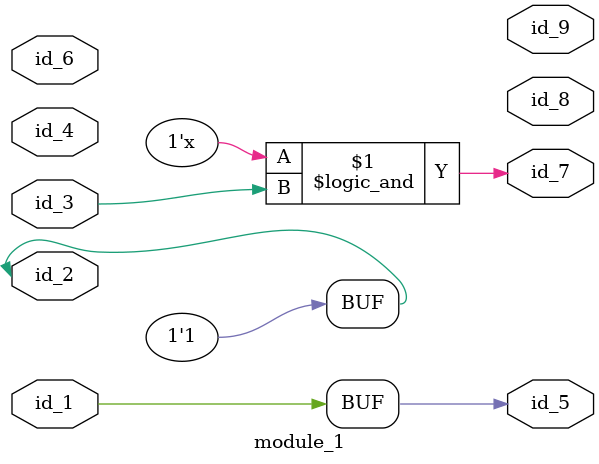
<source format=v>
module module_0 ();
  wire id_1;
endmodule
module module_1 (
    id_1,
    id_2,
    id_3,
    id_4,
    id_5,
    id_6,
    id_7,
    id_8,
    id_9
);
  output wire id_9;
  output wire id_8;
  output wire id_7;
  input wire id_6;
  output wire id_5;
  inout wire id_4;
  inout wire id_3;
  inout wire id_2;
  input wire id_1;
  assign id_5 = id_1;
  assign id_2 = 1 | 1'b0;
  assign id_7 = id_1[1 : 1] && id_3;
  module_0 modCall_1 ();
endmodule

</source>
